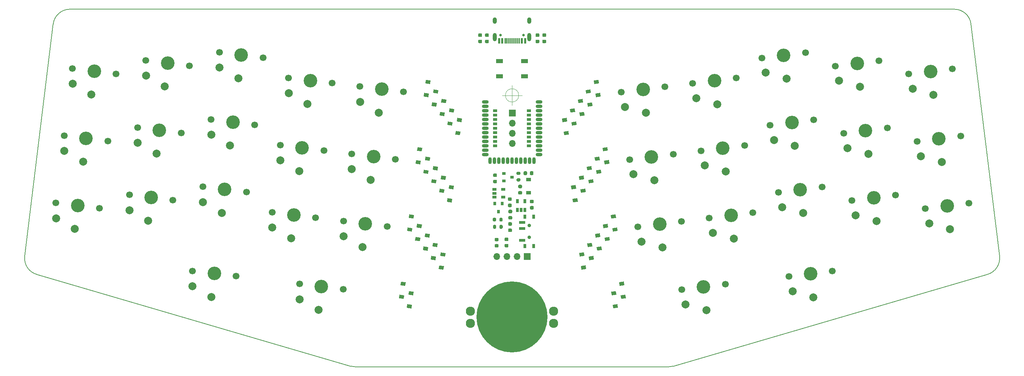
<source format=gbr>
%TF.GenerationSoftware,KiCad,Pcbnew,(5.1.10-1-10_14)*%
%TF.CreationDate,2021-09-26T20:25:07-05:00*%
%TF.ProjectId,LeChiffreBLE_Single_Side,4c654368-6966-4667-9265-424c455f5369,rev?*%
%TF.SameCoordinates,Original*%
%TF.FileFunction,Soldermask,Top*%
%TF.FilePolarity,Negative*%
%FSLAX46Y46*%
G04 Gerber Fmt 4.6, Leading zero omitted, Abs format (unit mm)*
G04 Created by KiCad (PCBNEW (5.1.10-1-10_14)) date 2021-09-26 20:25:07*
%MOMM*%
%LPD*%
G01*
G04 APERTURE LIST*
%TA.AperFunction,Profile*%
%ADD10C,0.152000*%
%TD*%
%TA.AperFunction,Profile*%
%ADD11C,0.100000*%
%TD*%
%ADD12R,0.800000X0.900000*%
%ADD13R,0.900000X0.800000*%
%ADD14R,0.800000X1.000000*%
%ADD15R,1.500000X0.700000*%
%ADD16C,0.900000*%
%ADD17O,1.700000X1.700000*%
%ADD18R,1.700000X1.700000*%
%ADD19C,2.300000*%
%ADD20C,17.800000*%
%ADD21C,1.700000*%
%ADD22C,2.000000*%
%ADD23C,3.400000*%
%ADD24R,1.000000X0.800000*%
%ADD25O,0.850000X1.700000*%
%ADD26O,1.700000X0.850000*%
%ADD27R,1.700000X1.000000*%
%ADD28R,1.200000X0.900000*%
%ADD29R,0.600000X1.450000*%
%ADD30R,0.300000X1.450000*%
%ADD31O,1.000000X2.100000*%
%ADD32C,0.650000*%
%ADD33O,1.000000X1.600000*%
%ADD34C,0.100000*%
%ADD35R,0.650000X1.060000*%
%ADD36R,1.060000X0.650000*%
G04 APERTURE END LIST*
D10*
X30724319Y-129889391D02*
X109245812Y-152889284D01*
X190227091Y-152889420D02*
X268787470Y-129887957D01*
X190227090Y-152889421D02*
G75*
G02*
X189043077Y-153059189I-1184013J4043940D01*
G01*
X110430291Y-153059189D02*
G75*
G02*
X109245812Y-152889284I0J4213708D01*
G01*
X110430291Y-153059189D02*
X189043077Y-153059189D01*
X34872010Y-67071010D02*
G75*
G02*
X39054379Y-63370255I4182369J-512953D01*
G01*
X149754177Y-63370255D02*
X39054379Y-63370255D01*
X260454219Y-63370255D02*
X149754177Y-63370255D01*
X260454219Y-63370255D02*
G75*
G02*
X264636555Y-67070738I0J-4213708D01*
G01*
X271785793Y-125330793D02*
X264636555Y-67070738D01*
X271785792Y-125330793D02*
G75*
G02*
X268787470Y-129887957I-4182335J-513225D01*
G01*
X30724319Y-129889391D02*
G75*
G02*
X27726429Y-125332635I1184479J4043803D01*
G01*
X34872010Y-67071010D02*
X27726429Y-125332635D01*
D11*
X151416666Y-84985000D02*
G75*
G03*
X151416666Y-84985000I-1666666J0D01*
G01*
X147250000Y-84985000D02*
X152250000Y-84985000D01*
X149750000Y-82485000D02*
X149750000Y-87485000D01*
D12*
%TO.C,Q1*%
X146350010Y-114140010D03*
X145400010Y-112140010D03*
X147300010Y-112140010D03*
%TD*%
D13*
%TO.C,Q2*%
X149740010Y-105490010D03*
X147740010Y-106440010D03*
X147740010Y-104540010D03*
%TD*%
%TO.C,R5*%
G36*
G01*
X148093760Y-122237510D02*
X148606260Y-122237510D01*
G75*
G02*
X148825010Y-122456260I0J-218750D01*
G01*
X148825010Y-122893760D01*
G75*
G02*
X148606260Y-123112510I-218750J0D01*
G01*
X148093760Y-123112510D01*
G75*
G02*
X147875010Y-122893760I0J218750D01*
G01*
X147875010Y-122456260D01*
G75*
G02*
X148093760Y-122237510I218750J0D01*
G01*
G37*
G36*
G01*
X148093760Y-120662510D02*
X148606260Y-120662510D01*
G75*
G02*
X148825010Y-120881260I0J-218750D01*
G01*
X148825010Y-121318760D01*
G75*
G02*
X148606260Y-121537510I-218750J0D01*
G01*
X148093760Y-121537510D01*
G75*
G02*
X147875010Y-121318760I0J218750D01*
G01*
X147875010Y-120881260D01*
G75*
G02*
X148093760Y-120662510I218750J0D01*
G01*
G37*
%TD*%
%TO.C,R6*%
G36*
G01*
X145621760Y-122287510D02*
X146134260Y-122287510D01*
G75*
G02*
X146353010Y-122506260I0J-218750D01*
G01*
X146353010Y-122943760D01*
G75*
G02*
X146134260Y-123162510I-218750J0D01*
G01*
X145621760Y-123162510D01*
G75*
G02*
X145403010Y-122943760I0J218750D01*
G01*
X145403010Y-122506260D01*
G75*
G02*
X145621760Y-122287510I218750J0D01*
G01*
G37*
G36*
G01*
X145621760Y-120712510D02*
X146134260Y-120712510D01*
G75*
G02*
X146353010Y-120931260I0J-218750D01*
G01*
X146353010Y-121368760D01*
G75*
G02*
X146134260Y-121587510I-218750J0D01*
G01*
X145621760Y-121587510D01*
G75*
G02*
X145403010Y-121368760I0J218750D01*
G01*
X145403010Y-120931260D01*
G75*
G02*
X145621760Y-120712510I218750J0D01*
G01*
G37*
%TD*%
D14*
%TO.C,SW1*%
X152920010Y-122750010D03*
X152920010Y-115450010D03*
X155130010Y-115450010D03*
X155130010Y-122750010D03*
D15*
X152270010Y-116850010D03*
X152270010Y-118350010D03*
X152270010Y-121350010D03*
D16*
X154030010Y-117600010D03*
X154030010Y-120600010D03*
%TD*%
D17*
%TO.C,J102*%
X149780010Y-97015010D03*
X149780010Y-94475010D03*
X149780010Y-91935010D03*
D18*
X149780010Y-89395010D03*
%TD*%
D19*
%TO.C,BT1*%
X160150000Y-139090000D03*
X160150000Y-142190000D03*
X139350000Y-142190000D03*
X139350000Y-139090000D03*
D20*
X149750000Y-140590000D03*
%TD*%
D17*
%TO.C,J101*%
X145930000Y-125440000D03*
X148470000Y-125440000D03*
X151010000Y-125440000D03*
D18*
X153550000Y-125440000D03*
%TD*%
%TO.C,C3*%
G36*
G01*
X145226760Y-106157010D02*
X145739260Y-106157010D01*
G75*
G02*
X145958010Y-106375760I0J-218750D01*
G01*
X145958010Y-106813260D01*
G75*
G02*
X145739260Y-107032010I-218750J0D01*
G01*
X145226760Y-107032010D01*
G75*
G02*
X145008010Y-106813260I0J218750D01*
G01*
X145008010Y-106375760D01*
G75*
G02*
X145226760Y-106157010I218750J0D01*
G01*
G37*
G36*
G01*
X145226760Y-104582010D02*
X145739260Y-104582010D01*
G75*
G02*
X145958010Y-104800760I0J-218750D01*
G01*
X145958010Y-105238260D01*
G75*
G02*
X145739260Y-105457010I-218750J0D01*
G01*
X145226760Y-105457010D01*
G75*
G02*
X145008010Y-105238260I0J218750D01*
G01*
X145008010Y-104800760D01*
G75*
G02*
X145226760Y-104582010I218750J0D01*
G01*
G37*
%TD*%
D21*
%TO.C,MX1*%
X50608622Y-79564418D03*
X39690614Y-78223856D03*
D22*
X39723784Y-82056466D03*
X44430589Y-84750159D03*
D23*
X45149618Y-78894137D03*
%TD*%
D24*
%TO.C,U101*%
X154000000Y-97670000D03*
X154000000Y-96570000D03*
X154000000Y-95470000D03*
X154000000Y-94370000D03*
X154000000Y-93270000D03*
X154000000Y-92170000D03*
X154000000Y-91070000D03*
X154000000Y-89970000D03*
X154000000Y-88870000D03*
X145500000Y-88870000D03*
X145500000Y-89970000D03*
X145500000Y-91070000D03*
X145500000Y-92170000D03*
X145500000Y-93270000D03*
X145500000Y-94370000D03*
X145500000Y-95470000D03*
X145500000Y-96570000D03*
X145500000Y-97670000D03*
D25*
X144250000Y-101370000D03*
X145350000Y-101370000D03*
X146450000Y-101370000D03*
X147550000Y-101370000D03*
X148650000Y-101370000D03*
X149750000Y-101370000D03*
X150850000Y-101370000D03*
X151950000Y-101370000D03*
X153050000Y-101370000D03*
X154150000Y-101370000D03*
X155250000Y-101370000D03*
D26*
X156500000Y-99870000D03*
X156500000Y-98770000D03*
X156500000Y-97670000D03*
X156500000Y-96570000D03*
X156500000Y-95470000D03*
X156500000Y-94370000D03*
X156500000Y-93270000D03*
X156500000Y-92170000D03*
X156500000Y-91070000D03*
X156500000Y-89970000D03*
X156500000Y-88870000D03*
X156500000Y-87770000D03*
X156500000Y-86670000D03*
X143000000Y-99870000D03*
X143000000Y-98770000D03*
X143000000Y-97670000D03*
X143000000Y-96570000D03*
X143000000Y-95470000D03*
X143000000Y-94370000D03*
X143000000Y-93270000D03*
X143000000Y-92170000D03*
X143000000Y-91070000D03*
X143000000Y-89970000D03*
X143000000Y-88870000D03*
X143000000Y-87770000D03*
X143000000Y-86670000D03*
%TD*%
D27*
%TO.C,SW2*%
X152900000Y-80200000D03*
X146600000Y-80200000D03*
X152900000Y-76400000D03*
X146600000Y-76400000D03*
%TD*%
%TO.C,R103*%
G36*
G01*
X151068010Y-105786010D02*
X151618010Y-105786010D01*
G75*
G02*
X151818010Y-105986010I0J-200000D01*
G01*
X151818010Y-106386010D01*
G75*
G02*
X151618010Y-106586010I-200000J0D01*
G01*
X151068010Y-106586010D01*
G75*
G02*
X150868010Y-106386010I0J200000D01*
G01*
X150868010Y-105986010D01*
G75*
G02*
X151068010Y-105786010I200000J0D01*
G01*
G37*
G36*
G01*
X151068010Y-104136010D02*
X151618010Y-104136010D01*
G75*
G02*
X151818010Y-104336010I0J-200000D01*
G01*
X151818010Y-104736010D01*
G75*
G02*
X151618010Y-104936010I-200000J0D01*
G01*
X151068010Y-104936010D01*
G75*
G02*
X150868010Y-104736010I0J200000D01*
G01*
X150868010Y-104336010D01*
G75*
G02*
X151068010Y-104136010I200000J0D01*
G01*
G37*
%TD*%
%TO.C,R102*%
G36*
G01*
X145758010Y-117677010D02*
X145758010Y-118227010D01*
G75*
G02*
X145558010Y-118427010I-200000J0D01*
G01*
X145158010Y-118427010D01*
G75*
G02*
X144958010Y-118227010I0J200000D01*
G01*
X144958010Y-117677010D01*
G75*
G02*
X145158010Y-117477010I200000J0D01*
G01*
X145558010Y-117477010D01*
G75*
G02*
X145758010Y-117677010I0J-200000D01*
G01*
G37*
G36*
G01*
X147408010Y-117677010D02*
X147408010Y-118227010D01*
G75*
G02*
X147208010Y-118427010I-200000J0D01*
G01*
X146808010Y-118427010D01*
G75*
G02*
X146608010Y-118227010I0J200000D01*
G01*
X146608010Y-117677010D01*
G75*
G02*
X146808010Y-117477010I200000J0D01*
G01*
X147208010Y-117477010D01*
G75*
G02*
X147408010Y-117677010I0J-200000D01*
G01*
G37*
%TD*%
%TO.C,R101*%
G36*
G01*
X146592010Y-116432010D02*
X146592010Y-115882010D01*
G75*
G02*
X146792010Y-115682010I200000J0D01*
G01*
X147192010Y-115682010D01*
G75*
G02*
X147392010Y-115882010I0J-200000D01*
G01*
X147392010Y-116432010D01*
G75*
G02*
X147192010Y-116632010I-200000J0D01*
G01*
X146792010Y-116632010D01*
G75*
G02*
X146592010Y-116432010I0J200000D01*
G01*
G37*
G36*
G01*
X144942010Y-116432010D02*
X144942010Y-115882010D01*
G75*
G02*
X145142010Y-115682010I200000J0D01*
G01*
X145542010Y-115682010D01*
G75*
G02*
X145742010Y-115882010I0J-200000D01*
G01*
X145742010Y-116432010D01*
G75*
G02*
X145542010Y-116632010I-200000J0D01*
G01*
X145142010Y-116632010D01*
G75*
G02*
X144942010Y-116432010I0J200000D01*
G01*
G37*
%TD*%
D28*
%TO.C,D35*%
X153868010Y-106105010D03*
X153868010Y-109405010D03*
%TD*%
D29*
%TO.C,J1*%
X146500000Y-71305000D03*
X147300000Y-71305000D03*
X152200000Y-71305000D03*
X153000000Y-71305000D03*
X153000000Y-71305000D03*
X152200000Y-71305000D03*
X147300000Y-71305000D03*
X146500000Y-71305000D03*
D30*
X151500000Y-71305000D03*
X151000000Y-71305000D03*
X150500000Y-71305000D03*
X149500000Y-71305000D03*
X149000000Y-71305000D03*
X148500000Y-71305000D03*
X148000000Y-71305000D03*
X150000000Y-71305000D03*
D31*
X145430000Y-70390000D03*
X154070000Y-70390000D03*
D32*
X152640000Y-69860000D03*
D33*
X154070000Y-66210000D03*
D32*
X146860000Y-69860000D03*
D33*
X145430000Y-66210000D03*
%TD*%
D23*
%TO.C,MX34*%
X258668418Y-112717175D03*
D22*
X259387447Y-118573197D03*
X254168791Y-117098197D03*
D21*
X253209414Y-113387456D03*
X264127422Y-112046894D03*
%TD*%
D23*
%TO.C,MX33*%
X256596640Y-95843890D03*
D22*
X257315669Y-101699912D03*
X252097013Y-100224912D03*
D21*
X251137636Y-96514171D03*
X262055644Y-95173609D03*
%TD*%
D23*
%TO.C,MX32*%
X254524861Y-78970606D03*
D22*
X255243890Y-84826628D03*
X250025234Y-83351628D03*
D21*
X249065857Y-79640887D03*
X259983865Y-78300325D03*
%TD*%
D23*
%TO.C,MX31*%
X240284643Y-110692502D03*
D22*
X241003672Y-116548524D03*
X235785016Y-115073524D03*
D21*
X234825639Y-111362783D03*
X245743647Y-110022221D03*
%TD*%
D23*
%TO.C,MX30*%
X238212864Y-93819217D03*
D22*
X238931893Y-99675239D03*
X233713237Y-98200239D03*
D21*
X232753860Y-94489498D03*
X243671868Y-93148936D03*
%TD*%
D23*
%TO.C,MX29*%
X236141085Y-76945933D03*
D22*
X236860114Y-82801955D03*
X231641458Y-81326955D03*
D21*
X230682081Y-77616214D03*
X241600089Y-76275652D03*
%TD*%
D23*
%TO.C,MX28*%
X221900868Y-108667829D03*
D22*
X222619897Y-114523851D03*
X217401241Y-113048851D03*
D21*
X216441864Y-109338110D03*
X227359872Y-107997548D03*
%TD*%
D23*
%TO.C,MX27*%
X219829089Y-91794544D03*
D22*
X220548118Y-97650566D03*
X215329462Y-96175566D03*
D21*
X214370085Y-92464825D03*
X225288093Y-91124263D03*
%TD*%
D23*
%TO.C,MX26*%
X217757310Y-74921260D03*
D22*
X218476339Y-80777282D03*
X213257683Y-79302282D03*
D21*
X212298306Y-75591541D03*
X223216314Y-74250979D03*
%TD*%
D23*
%TO.C,MX25*%
X224490591Y-129759435D03*
D22*
X225209620Y-135615457D03*
X219990964Y-134140457D03*
D21*
X219031587Y-130429716D03*
X229949595Y-129089154D03*
%TD*%
D23*
%TO.C,MX24*%
X204552982Y-115079798D03*
D22*
X205272011Y-120935820D03*
X200053355Y-119460820D03*
D21*
X199093978Y-115750079D03*
X210011986Y-114409517D03*
%TD*%
D23*
%TO.C,MX23*%
X202481203Y-98206514D03*
D22*
X203200232Y-104062536D03*
X197981576Y-102587536D03*
D21*
X197022199Y-98876795D03*
X207940207Y-97536233D03*
%TD*%
D23*
%TO.C,MX22*%
X200409424Y-81333229D03*
D22*
X201128453Y-87189251D03*
X195909797Y-85714251D03*
D21*
X194950420Y-82003510D03*
X205868428Y-80662948D03*
%TD*%
D23*
%TO.C,MX21*%
X197691845Y-133049907D03*
D22*
X198410874Y-138905929D03*
X193192218Y-137430929D03*
D21*
X192232841Y-133720188D03*
X203150849Y-132379626D03*
%TD*%
D23*
%TO.C,MX20*%
X186687151Y-117273447D03*
D22*
X187406180Y-123129469D03*
X182187524Y-121654469D03*
D21*
X181228147Y-117943728D03*
X192146155Y-116603166D03*
%TD*%
D23*
%TO.C,MX19*%
X184615372Y-100400162D03*
D22*
X185334401Y-106256184D03*
X180115745Y-104781184D03*
D21*
X179156368Y-101070443D03*
X190074376Y-99729881D03*
%TD*%
D23*
%TO.C,MX18*%
X182543593Y-83526877D03*
D22*
X183262622Y-89382899D03*
X178043966Y-87907899D03*
D21*
X177084589Y-84197158D03*
X188002597Y-82856596D03*
%TD*%
%TO.C,MX17*%
X107441637Y-133643719D03*
X96523629Y-132303157D03*
D22*
X96556799Y-136135767D03*
X101263604Y-138829460D03*
D23*
X101982633Y-132973438D03*
%TD*%
D21*
%TO.C,MX16*%
X118446331Y-117867259D03*
X107528323Y-116526697D03*
D22*
X107561493Y-120359307D03*
X112268298Y-123053000D03*
D23*
X112987327Y-117196978D03*
%TD*%
D21*
%TO.C,MX15*%
X120518110Y-100993974D03*
X109600102Y-99653412D03*
D22*
X109633272Y-103486022D03*
X114340077Y-106179715D03*
D23*
X115059106Y-100323693D03*
%TD*%
D21*
%TO.C,MX14*%
X122589889Y-84120689D03*
X111671881Y-82780127D03*
D22*
X111705051Y-86612737D03*
X116411856Y-89306430D03*
D23*
X117130885Y-83450408D03*
%TD*%
D21*
%TO.C,MX13*%
X80642891Y-130353247D03*
X69724883Y-129012685D03*
D22*
X69758053Y-132845295D03*
X74464858Y-135538988D03*
D23*
X75183887Y-129682966D03*
%TD*%
D21*
%TO.C,MX12*%
X100580501Y-115673610D03*
X89662493Y-114333048D03*
D22*
X89695663Y-118165658D03*
X94402468Y-120859351D03*
D23*
X95121497Y-115003329D03*
%TD*%
D21*
%TO.C,MX11*%
X102652280Y-98800326D03*
X91734272Y-97459764D03*
D22*
X91767442Y-101292374D03*
X96474247Y-103986067D03*
D23*
X97193276Y-98130045D03*
%TD*%
D21*
%TO.C,MX10*%
X104724058Y-81927041D03*
X93806050Y-80586479D03*
D22*
X93839220Y-84419089D03*
X98546025Y-87112782D03*
D23*
X99265054Y-81256760D03*
%TD*%
D21*
%TO.C,MX9*%
X83232615Y-109261641D03*
X72314607Y-107921079D03*
D22*
X72347777Y-111753689D03*
X77054582Y-114447382D03*
D23*
X77773611Y-108591360D03*
%TD*%
D21*
%TO.C,MX8*%
X85304394Y-92388356D03*
X74386386Y-91047794D03*
D22*
X74419556Y-94880404D03*
X79126361Y-97574097D03*
D23*
X79845390Y-91718075D03*
%TD*%
D21*
%TO.C,MX7*%
X87376172Y-75515072D03*
X76458164Y-74174510D03*
D22*
X76491334Y-78007120D03*
X81198139Y-80700813D03*
D23*
X81917168Y-74844791D03*
%TD*%
D21*
%TO.C,MX6*%
X64848839Y-111286314D03*
X53930831Y-109945752D03*
D22*
X53964001Y-113778362D03*
X58670806Y-116472055D03*
D23*
X59389835Y-110616033D03*
%TD*%
D21*
%TO.C,MX5*%
X66920618Y-94413029D03*
X56002610Y-93072467D03*
D22*
X56035780Y-96905077D03*
X60742585Y-99598770D03*
D23*
X61461614Y-93742748D03*
%TD*%
D21*
%TO.C,MX4*%
X68992397Y-77539745D03*
X58074389Y-76199183D03*
D22*
X58107559Y-80031793D03*
X62814364Y-82725486D03*
D23*
X63533393Y-76869464D03*
%TD*%
D21*
%TO.C,MX3*%
X46465064Y-113310987D03*
X35547056Y-111970425D03*
D22*
X35580226Y-115803035D03*
X40287031Y-118496728D03*
D23*
X41006060Y-112640706D03*
%TD*%
D21*
%TO.C,MX2*%
X48536843Y-96437702D03*
X37618835Y-95097140D03*
D22*
X37652005Y-98929750D03*
X42358810Y-101623443D03*
D23*
X43077839Y-95767421D03*
%TD*%
%TO.C,R8*%
G36*
G01*
X154956260Y-112050010D02*
X154443760Y-112050010D01*
G75*
G02*
X154225010Y-111831260I0J218750D01*
G01*
X154225010Y-111393760D01*
G75*
G02*
X154443760Y-111175010I218750J0D01*
G01*
X154956260Y-111175010D01*
G75*
G02*
X155175010Y-111393760I0J-218750D01*
G01*
X155175010Y-111831260D01*
G75*
G02*
X154956260Y-112050010I-218750J0D01*
G01*
G37*
G36*
G01*
X154956260Y-113625010D02*
X154443760Y-113625010D01*
G75*
G02*
X154225010Y-113406260I0J218750D01*
G01*
X154225010Y-112968760D01*
G75*
G02*
X154443760Y-112750010I218750J0D01*
G01*
X154956260Y-112750010D01*
G75*
G02*
X155175010Y-112968760I0J-218750D01*
G01*
X155175010Y-113406260D01*
G75*
G02*
X154956260Y-113625010I-218750J0D01*
G01*
G37*
%TD*%
%TO.C,R7*%
G36*
G01*
X149556260Y-114550010D02*
X149043760Y-114550010D01*
G75*
G02*
X148825010Y-114331260I0J218750D01*
G01*
X148825010Y-113893760D01*
G75*
G02*
X149043760Y-113675010I218750J0D01*
G01*
X149556260Y-113675010D01*
G75*
G02*
X149775010Y-113893760I0J-218750D01*
G01*
X149775010Y-114331260D01*
G75*
G02*
X149556260Y-114550010I-218750J0D01*
G01*
G37*
G36*
G01*
X149556260Y-116125010D02*
X149043760Y-116125010D01*
G75*
G02*
X148825010Y-115906260I0J218750D01*
G01*
X148825010Y-115468760D01*
G75*
G02*
X149043760Y-115250010I218750J0D01*
G01*
X149556260Y-115250010D01*
G75*
G02*
X149775010Y-115468760I0J-218750D01*
G01*
X149775010Y-115906260D01*
G75*
G02*
X149556260Y-116125010I-218750J0D01*
G01*
G37*
%TD*%
%TO.C,R4*%
G36*
G01*
X154207510Y-104761260D02*
X154207510Y-104248760D01*
G75*
G02*
X154426260Y-104030010I218750J0D01*
G01*
X154863760Y-104030010D01*
G75*
G02*
X155082510Y-104248760I0J-218750D01*
G01*
X155082510Y-104761260D01*
G75*
G02*
X154863760Y-104980010I-218750J0D01*
G01*
X154426260Y-104980010D01*
G75*
G02*
X154207510Y-104761260I0J218750D01*
G01*
G37*
G36*
G01*
X152632510Y-104761260D02*
X152632510Y-104248760D01*
G75*
G02*
X152851260Y-104030010I218750J0D01*
G01*
X153288760Y-104030010D01*
G75*
G02*
X153507510Y-104248760I0J-218750D01*
G01*
X153507510Y-104761260D01*
G75*
G02*
X153288760Y-104980010I-218750J0D01*
G01*
X152851260Y-104980010D01*
G75*
G02*
X152632510Y-104761260I0J218750D01*
G01*
G37*
%TD*%
%TO.C,R3*%
G36*
G01*
X158064260Y-70318010D02*
X157551760Y-70318010D01*
G75*
G02*
X157333010Y-70099260I0J218750D01*
G01*
X157333010Y-69661760D01*
G75*
G02*
X157551760Y-69443010I218750J0D01*
G01*
X158064260Y-69443010D01*
G75*
G02*
X158283010Y-69661760I0J-218750D01*
G01*
X158283010Y-70099260D01*
G75*
G02*
X158064260Y-70318010I-218750J0D01*
G01*
G37*
G36*
G01*
X158064260Y-71893010D02*
X157551760Y-71893010D01*
G75*
G02*
X157333010Y-71674260I0J218750D01*
G01*
X157333010Y-71236760D01*
G75*
G02*
X157551760Y-71018010I218750J0D01*
G01*
X158064260Y-71018010D01*
G75*
G02*
X158283010Y-71236760I0J-218750D01*
G01*
X158283010Y-71674260D01*
G75*
G02*
X158064260Y-71893010I-218750J0D01*
G01*
G37*
%TD*%
%TO.C,R2*%
G36*
G01*
X143198760Y-71018010D02*
X143711260Y-71018010D01*
G75*
G02*
X143930010Y-71236760I0J-218750D01*
G01*
X143930010Y-71674260D01*
G75*
G02*
X143711260Y-71893010I-218750J0D01*
G01*
X143198760Y-71893010D01*
G75*
G02*
X142980010Y-71674260I0J218750D01*
G01*
X142980010Y-71236760D01*
G75*
G02*
X143198760Y-71018010I218750J0D01*
G01*
G37*
G36*
G01*
X143198760Y-69443010D02*
X143711260Y-69443010D01*
G75*
G02*
X143930010Y-69661760I0J-218750D01*
G01*
X143930010Y-70099260D01*
G75*
G02*
X143711260Y-70318010I-218750J0D01*
G01*
X143198760Y-70318010D01*
G75*
G02*
X142980010Y-70099260I0J218750D01*
G01*
X142980010Y-69661760D01*
G75*
G02*
X143198760Y-69443010I218750J0D01*
G01*
G37*
%TD*%
%TO.C,R1*%
G36*
G01*
X141491760Y-71018010D02*
X142004260Y-71018010D01*
G75*
G02*
X142223010Y-71236760I0J-218750D01*
G01*
X142223010Y-71674260D01*
G75*
G02*
X142004260Y-71893010I-218750J0D01*
G01*
X141491760Y-71893010D01*
G75*
G02*
X141273010Y-71674260I0J218750D01*
G01*
X141273010Y-71236760D01*
G75*
G02*
X141491760Y-71018010I218750J0D01*
G01*
G37*
G36*
G01*
X141491760Y-69443010D02*
X142004260Y-69443010D01*
G75*
G02*
X142223010Y-69661760I0J-218750D01*
G01*
X142223010Y-70099260D01*
G75*
G02*
X142004260Y-70318010I-218750J0D01*
G01*
X141491760Y-70318010D01*
G75*
G02*
X141273010Y-70099260I0J218750D01*
G01*
X141273010Y-69661760D01*
G75*
G02*
X141491760Y-69443010I218750J0D01*
G01*
G37*
%TD*%
%TO.C,D36*%
G36*
G01*
X149456260Y-111450010D02*
X148943760Y-111450010D01*
G75*
G02*
X148725010Y-111231260I0J218750D01*
G01*
X148725010Y-110793760D01*
G75*
G02*
X148943760Y-110575010I218750J0D01*
G01*
X149456260Y-110575010D01*
G75*
G02*
X149675010Y-110793760I0J-218750D01*
G01*
X149675010Y-111231260D01*
G75*
G02*
X149456260Y-111450010I-218750J0D01*
G01*
G37*
G36*
G01*
X149456260Y-113025010D02*
X148943760Y-113025010D01*
G75*
G02*
X148725010Y-112806260I0J218750D01*
G01*
X148725010Y-112368760D01*
G75*
G02*
X148943760Y-112150010I218750J0D01*
G01*
X149456260Y-112150010D01*
G75*
G02*
X149675010Y-112368760I0J-218750D01*
G01*
X149675010Y-112806260D01*
G75*
G02*
X149456260Y-113025010I-218750J0D01*
G01*
G37*
%TD*%
D34*
%TO.C,D34*%
G36*
X166569615Y-124514129D02*
G01*
X167760670Y-124367886D01*
X167870353Y-125261177D01*
X166679298Y-125407420D01*
X166569615Y-124514129D01*
G37*
G36*
X166971783Y-127789531D02*
G01*
X168162838Y-127643288D01*
X168272521Y-128536579D01*
X167081466Y-128682822D01*
X166971783Y-127789531D01*
G37*
%TD*%
%TO.C,D33*%
G36*
X164497836Y-107640844D02*
G01*
X165688891Y-107494601D01*
X165798574Y-108387892D01*
X164607519Y-108534135D01*
X164497836Y-107640844D01*
G37*
G36*
X164900004Y-110916246D02*
G01*
X166091059Y-110770003D01*
X166200742Y-111663294D01*
X165009687Y-111809537D01*
X164900004Y-110916246D01*
G37*
%TD*%
%TO.C,D32*%
G36*
X162252362Y-90788887D02*
G01*
X163443417Y-90642644D01*
X163553100Y-91535935D01*
X162362045Y-91682178D01*
X162252362Y-90788887D01*
G37*
G36*
X162654530Y-94064289D02*
G01*
X163845585Y-93918046D01*
X163955268Y-94811337D01*
X162764213Y-94957580D01*
X162654530Y-94064289D01*
G37*
%TD*%
%TO.C,D31*%
G36*
X168543872Y-122130762D02*
G01*
X169734927Y-121984519D01*
X169844610Y-122877810D01*
X168653555Y-123024053D01*
X168543872Y-122130762D01*
G37*
G36*
X168946040Y-125406164D02*
G01*
X170137095Y-125259921D01*
X170246778Y-126153212D01*
X169055723Y-126299455D01*
X168946040Y-125406164D01*
G37*
%TD*%
%TO.C,D30*%
G36*
X166472093Y-105257478D02*
G01*
X167663148Y-105111235D01*
X167772831Y-106004526D01*
X166581776Y-106150769D01*
X166472093Y-105257478D01*
G37*
G36*
X166874261Y-108532880D02*
G01*
X168065316Y-108386637D01*
X168174999Y-109279928D01*
X166983944Y-109426171D01*
X166874261Y-108532880D01*
G37*
%TD*%
%TO.C,D29*%
G36*
X164226618Y-88405520D02*
G01*
X165417673Y-88259277D01*
X165527356Y-89152568D01*
X164336301Y-89298811D01*
X164226618Y-88405520D01*
G37*
G36*
X164628786Y-91680922D02*
G01*
X165819841Y-91534679D01*
X165929524Y-92427970D01*
X164738469Y-92574213D01*
X164628786Y-91680922D01*
G37*
%TD*%
%TO.C,D28*%
G36*
X170518128Y-119747396D02*
G01*
X171709183Y-119601153D01*
X171818866Y-120494444D01*
X170627811Y-120640687D01*
X170518128Y-119747396D01*
G37*
G36*
X170920296Y-123022798D02*
G01*
X172111351Y-122876555D01*
X172221034Y-123769846D01*
X171029979Y-123916089D01*
X170920296Y-123022798D01*
G37*
%TD*%
%TO.C,D27*%
G36*
X168446349Y-102874111D02*
G01*
X169637404Y-102727868D01*
X169747087Y-103621159D01*
X168556032Y-103767402D01*
X168446349Y-102874111D01*
G37*
G36*
X168848517Y-106149513D02*
G01*
X170039572Y-106003270D01*
X170149255Y-106896561D01*
X168958200Y-107042804D01*
X168848517Y-106149513D01*
G37*
%TD*%
%TO.C,D26*%
G36*
X166200875Y-86022153D02*
G01*
X167391930Y-85875910D01*
X167501613Y-86769201D01*
X166310558Y-86915444D01*
X166200875Y-86022153D01*
G37*
G36*
X166603043Y-89297555D02*
G01*
X167794098Y-89151312D01*
X167903781Y-90044603D01*
X166712726Y-90190846D01*
X166603043Y-89297555D01*
G37*
%TD*%
%TO.C,D25*%
G36*
X174564163Y-134237314D02*
G01*
X175755218Y-134091071D01*
X175864901Y-134984362D01*
X174673846Y-135130605D01*
X174564163Y-134237314D01*
G37*
G36*
X174966331Y-137512716D02*
G01*
X176157386Y-137366473D01*
X176267069Y-138259764D01*
X175076014Y-138406007D01*
X174966331Y-137512716D01*
G37*
%TD*%
%TO.C,D24*%
G36*
X172492385Y-117364029D02*
G01*
X173683440Y-117217786D01*
X173793123Y-118111077D01*
X172602068Y-118257320D01*
X172492385Y-117364029D01*
G37*
G36*
X172894553Y-120639431D02*
G01*
X174085608Y-120493188D01*
X174195291Y-121386479D01*
X173004236Y-121532722D01*
X172894553Y-120639431D01*
G37*
%TD*%
%TO.C,D23*%
G36*
X170420606Y-100490744D02*
G01*
X171611661Y-100344501D01*
X171721344Y-101237792D01*
X170530289Y-101384035D01*
X170420606Y-100490744D01*
G37*
G36*
X170822774Y-103766146D02*
G01*
X172013829Y-103619903D01*
X172123512Y-104513194D01*
X170932457Y-104659437D01*
X170822774Y-103766146D01*
G37*
%TD*%
%TO.C,D22*%
G36*
X168175131Y-83638787D02*
G01*
X169366186Y-83492544D01*
X169475869Y-84385835D01*
X168284814Y-84532078D01*
X168175131Y-83638787D01*
G37*
G36*
X168577299Y-86914189D02*
G01*
X169768354Y-86767946D01*
X169878037Y-87661237D01*
X168686982Y-87807480D01*
X168577299Y-86914189D01*
G37*
%TD*%
%TO.C,D21*%
G36*
X176538420Y-131853947D02*
G01*
X177729475Y-131707704D01*
X177839158Y-132600995D01*
X176648103Y-132747238D01*
X176538420Y-131853947D01*
G37*
G36*
X176940588Y-135129349D02*
G01*
X178131643Y-134983106D01*
X178241326Y-135876397D01*
X177050271Y-136022640D01*
X176940588Y-135129349D01*
G37*
%TD*%
%TO.C,D20*%
G36*
X174466641Y-114980662D02*
G01*
X175657696Y-114834419D01*
X175767379Y-115727710D01*
X174576324Y-115873953D01*
X174466641Y-114980662D01*
G37*
G36*
X174868809Y-118256064D02*
G01*
X176059864Y-118109821D01*
X176169547Y-119003112D01*
X174978492Y-119149355D01*
X174868809Y-118256064D01*
G37*
%TD*%
%TO.C,D19*%
G36*
X172394862Y-98107378D02*
G01*
X173585917Y-97961135D01*
X173695600Y-98854426D01*
X172504545Y-99000669D01*
X172394862Y-98107378D01*
G37*
G36*
X172797030Y-101382780D02*
G01*
X173988085Y-101236537D01*
X174097768Y-102129828D01*
X172906713Y-102276071D01*
X172797030Y-101382780D01*
G37*
%TD*%
%TO.C,D18*%
G36*
X170213903Y-81247499D02*
G01*
X171404958Y-81101256D01*
X171514641Y-81994547D01*
X170323586Y-82140790D01*
X170213903Y-81247499D01*
G37*
G36*
X170616071Y-84522901D02*
G01*
X171807126Y-84376658D01*
X171916809Y-85269949D01*
X170725754Y-85416192D01*
X170616071Y-84522901D01*
G37*
%TD*%
%TO.C,D17*%
G36*
X121531867Y-134995966D02*
G01*
X122722922Y-135142209D01*
X122613239Y-136035500D01*
X121422184Y-135889257D01*
X121531867Y-134995966D01*
G37*
G36*
X121934035Y-131720564D02*
G01*
X123125090Y-131866807D01*
X123015407Y-132760098D01*
X121824352Y-132613855D01*
X121934035Y-131720564D01*
G37*
%TD*%
%TO.C,D16*%
G36*
X123583795Y-118120244D02*
G01*
X124774850Y-118266487D01*
X124665167Y-119159778D01*
X123474112Y-119013535D01*
X123583795Y-118120244D01*
G37*
G36*
X123985963Y-114844842D02*
G01*
X125177018Y-114991085D01*
X125067335Y-115884376D01*
X123876280Y-115738133D01*
X123985963Y-114844842D01*
G37*
%TD*%
%TO.C,D15*%
G36*
X125675425Y-101249397D02*
G01*
X126866480Y-101395640D01*
X126756797Y-102288931D01*
X125565742Y-102142688D01*
X125675425Y-101249397D01*
G37*
G36*
X126077593Y-97973995D02*
G01*
X127268648Y-98120238D01*
X127158965Y-99013529D01*
X125967910Y-98867286D01*
X126077593Y-97973995D01*
G37*
%TD*%
%TO.C,D14*%
G36*
X127747204Y-84376112D02*
G01*
X128938259Y-84522355D01*
X128828576Y-85415646D01*
X127637521Y-85269403D01*
X127747204Y-84376112D01*
G37*
G36*
X128149372Y-81100710D02*
G01*
X129340427Y-81246953D01*
X129230744Y-82140244D01*
X128039689Y-81994001D01*
X128149372Y-81100710D01*
G37*
%TD*%
%TO.C,D13*%
G36*
X123506124Y-137379333D02*
G01*
X124697179Y-137525576D01*
X124587496Y-138418867D01*
X123396441Y-138272624D01*
X123506124Y-137379333D01*
G37*
G36*
X123908292Y-134103931D02*
G01*
X125099347Y-134250174D01*
X124989664Y-135143465D01*
X123798609Y-134997222D01*
X123908292Y-134103931D01*
G37*
%TD*%
%TO.C,D12*%
G36*
X125577902Y-120506048D02*
G01*
X126768957Y-120652291D01*
X126659274Y-121545582D01*
X125468219Y-121399339D01*
X125577902Y-120506048D01*
G37*
G36*
X125980070Y-117230646D02*
G01*
X127171125Y-117376889D01*
X127061442Y-118270180D01*
X125870387Y-118123937D01*
X125980070Y-117230646D01*
G37*
%TD*%
%TO.C,D11*%
G36*
X127649681Y-103632763D02*
G01*
X128840736Y-103779006D01*
X128731053Y-104672297D01*
X127539998Y-104526054D01*
X127649681Y-103632763D01*
G37*
G36*
X128051849Y-100357361D02*
G01*
X129242904Y-100503604D01*
X129133221Y-101396895D01*
X127942166Y-101250652D01*
X128051849Y-100357361D01*
G37*
%TD*%
%TO.C,D10*%
G36*
X129721460Y-86759479D02*
G01*
X130912515Y-86905722D01*
X130802832Y-87799013D01*
X129611777Y-87652770D01*
X129721460Y-86759479D01*
G37*
G36*
X130123628Y-83484077D02*
G01*
X131314683Y-83630320D01*
X131205000Y-84523611D01*
X130013945Y-84377368D01*
X130123628Y-83484077D01*
G37*
%TD*%
%TO.C,D9*%
G36*
X127552159Y-122889415D02*
G01*
X128743214Y-123035658D01*
X128633531Y-123928949D01*
X127442476Y-123782706D01*
X127552159Y-122889415D01*
G37*
G36*
X127954327Y-119614013D02*
G01*
X129145382Y-119760256D01*
X129035699Y-120653547D01*
X127844644Y-120507304D01*
X127954327Y-119614013D01*
G37*
%TD*%
%TO.C,D8*%
G36*
X129623938Y-106016130D02*
G01*
X130814993Y-106162373D01*
X130705310Y-107055664D01*
X129514255Y-106909421D01*
X129623938Y-106016130D01*
G37*
G36*
X130026106Y-102740728D02*
G01*
X131217161Y-102886971D01*
X131107478Y-103780262D01*
X129916423Y-103634019D01*
X130026106Y-102740728D01*
G37*
%TD*%
%TO.C,D7*%
G36*
X131695717Y-89142845D02*
G01*
X132886772Y-89289088D01*
X132777089Y-90182379D01*
X131586034Y-90036136D01*
X131695717Y-89142845D01*
G37*
G36*
X132097885Y-85867443D02*
G01*
X133288940Y-86013686D01*
X133179257Y-86906977D01*
X131988202Y-86760734D01*
X132097885Y-85867443D01*
G37*
%TD*%
%TO.C,D6*%
G36*
X129526415Y-125272781D02*
G01*
X130717470Y-125419024D01*
X130607787Y-126312315D01*
X129416732Y-126166072D01*
X129526415Y-125272781D01*
G37*
G36*
X129928583Y-121997379D02*
G01*
X131119638Y-122143622D01*
X131009955Y-123036913D01*
X129818900Y-122890670D01*
X129928583Y-121997379D01*
G37*
%TD*%
%TO.C,D5*%
G36*
X131598194Y-108399497D02*
G01*
X132789249Y-108545740D01*
X132679566Y-109439031D01*
X131488511Y-109292788D01*
X131598194Y-108399497D01*
G37*
G36*
X132000362Y-105124095D02*
G01*
X133191417Y-105270338D01*
X133081734Y-106163629D01*
X131890679Y-106017386D01*
X132000362Y-105124095D01*
G37*
%TD*%
%TO.C,D4*%
G36*
X133669973Y-91526212D02*
G01*
X134861028Y-91672455D01*
X134751345Y-92565746D01*
X133560290Y-92419503D01*
X133669973Y-91526212D01*
G37*
G36*
X134072141Y-88250810D02*
G01*
X135263196Y-88397053D01*
X135153513Y-89290344D01*
X133962458Y-89144101D01*
X134072141Y-88250810D01*
G37*
%TD*%
%TO.C,D3*%
G36*
X131500672Y-127656148D02*
G01*
X132691727Y-127802391D01*
X132582044Y-128695682D01*
X131390989Y-128549439D01*
X131500672Y-127656148D01*
G37*
G36*
X131902840Y-124380746D02*
G01*
X133093895Y-124526989D01*
X132984212Y-125420280D01*
X131793157Y-125274037D01*
X131902840Y-124380746D01*
G37*
%TD*%
%TO.C,D2*%
G36*
X133572451Y-110782863D02*
G01*
X134763506Y-110929106D01*
X134653823Y-111822397D01*
X133462768Y-111676154D01*
X133572451Y-110782863D01*
G37*
G36*
X133974619Y-107507461D02*
G01*
X135165674Y-107653704D01*
X135055991Y-108546995D01*
X133864936Y-108400752D01*
X133974619Y-107507461D01*
G37*
%TD*%
%TO.C,D1*%
G36*
X135644229Y-93909579D02*
G01*
X136835284Y-94055822D01*
X136725601Y-94949113D01*
X135534546Y-94802870D01*
X135644229Y-93909579D01*
G37*
G36*
X136046397Y-90634177D02*
G01*
X137237452Y-90780420D01*
X137127769Y-91673711D01*
X135936714Y-91527468D01*
X136046397Y-90634177D01*
G37*
%TD*%
%TO.C,C4*%
G36*
G01*
X149506260Y-117687510D02*
X148993760Y-117687510D01*
G75*
G02*
X148775010Y-117468760I0J218750D01*
G01*
X148775010Y-117031260D01*
G75*
G02*
X148993760Y-116812510I218750J0D01*
G01*
X149506260Y-116812510D01*
G75*
G02*
X149725010Y-117031260I0J-218750D01*
G01*
X149725010Y-117468760D01*
G75*
G02*
X149506260Y-117687510I-218750J0D01*
G01*
G37*
G36*
G01*
X149506260Y-119262510D02*
X148993760Y-119262510D01*
G75*
G02*
X148775010Y-119043760I0J218750D01*
G01*
X148775010Y-118606260D01*
G75*
G02*
X148993760Y-118387510I218750J0D01*
G01*
X149506260Y-118387510D01*
G75*
G02*
X149725010Y-118606260I0J-218750D01*
G01*
X149725010Y-119043760D01*
G75*
G02*
X149506260Y-119262510I-218750J0D01*
G01*
G37*
%TD*%
%TO.C,C2*%
G36*
G01*
X152020260Y-108281010D02*
X151507760Y-108281010D01*
G75*
G02*
X151289010Y-108062260I0J218750D01*
G01*
X151289010Y-107624760D01*
G75*
G02*
X151507760Y-107406010I218750J0D01*
G01*
X152020260Y-107406010D01*
G75*
G02*
X152239010Y-107624760I0J-218750D01*
G01*
X152239010Y-108062260D01*
G75*
G02*
X152020260Y-108281010I-218750J0D01*
G01*
G37*
G36*
G01*
X152020260Y-109856010D02*
X151507760Y-109856010D01*
G75*
G02*
X151289010Y-109637260I0J218750D01*
G01*
X151289010Y-109199760D01*
G75*
G02*
X151507760Y-108981010I218750J0D01*
G01*
X152020260Y-108981010D01*
G75*
G02*
X152239010Y-109199760I0J-218750D01*
G01*
X152239010Y-109637260D01*
G75*
G02*
X152020260Y-109856010I-218750J0D01*
G01*
G37*
%TD*%
%TO.C,C1*%
G36*
G01*
X156354260Y-70318010D02*
X155841760Y-70318010D01*
G75*
G02*
X155623010Y-70099260I0J218750D01*
G01*
X155623010Y-69661760D01*
G75*
G02*
X155841760Y-69443010I218750J0D01*
G01*
X156354260Y-69443010D01*
G75*
G02*
X156573010Y-69661760I0J-218750D01*
G01*
X156573010Y-70099260D01*
G75*
G02*
X156354260Y-70318010I-218750J0D01*
G01*
G37*
G36*
G01*
X156354260Y-71893010D02*
X155841760Y-71893010D01*
G75*
G02*
X155623010Y-71674260I0J218750D01*
G01*
X155623010Y-71236760D01*
G75*
G02*
X155841760Y-71018010I218750J0D01*
G01*
X156354260Y-71018010D01*
G75*
G02*
X156573010Y-71236760I0J-218750D01*
G01*
X156573010Y-71674260D01*
G75*
G02*
X156354260Y-71893010I-218750J0D01*
G01*
G37*
%TD*%
D35*
%TO.C,U3*%
X151050010Y-111500010D03*
X152950010Y-111500010D03*
X152950010Y-113700010D03*
X152000010Y-113700010D03*
X151050010Y-113700010D03*
%TD*%
D36*
%TO.C,U2*%
X147545010Y-108601010D03*
X147545010Y-110501010D03*
X145345010Y-110501010D03*
X145345010Y-109551010D03*
X145345010Y-108601010D03*
%TD*%
M02*

</source>
